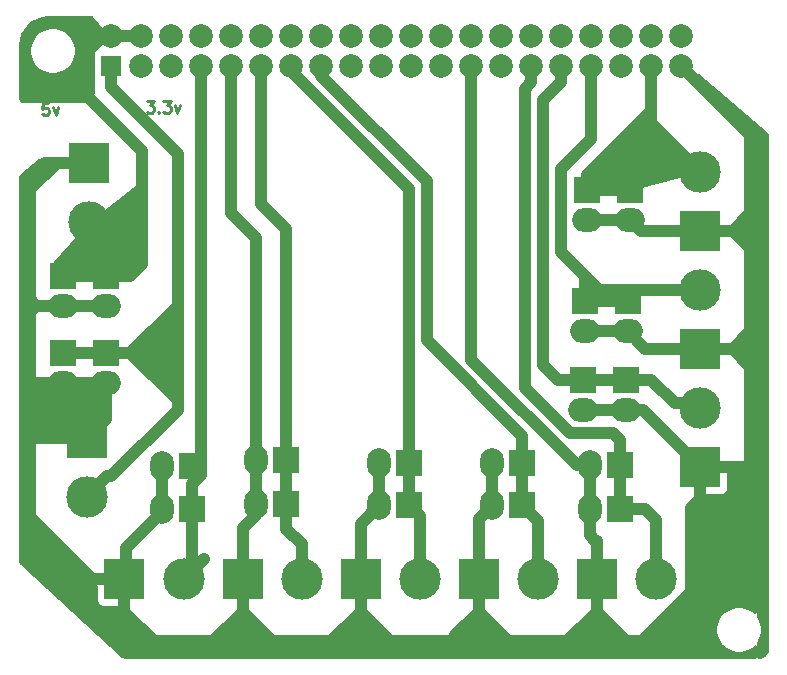
<source format=gtl>
G04 #@! TF.GenerationSoftware,KiCad,Pcbnew,(5.1.2)-2*
G04 #@! TF.CreationDate,2019-12-04T01:20:50+01:00*
G04 #@! TF.ProjectId,raspberrypi-gpio-40pin,72617370-6265-4727-9279-70692d677069,rev?*
G04 #@! TF.SameCoordinates,Original*
G04 #@! TF.FileFunction,Copper,L1,Top*
G04 #@! TF.FilePolarity,Positive*
%FSLAX46Y46*%
G04 Gerber Fmt 4.6, Leading zero omitted, Abs format (unit mm)*
G04 Created by KiCad (PCBNEW (5.1.2)-2) date 2019-12-04 01:20:50*
%MOMM*%
%LPD*%
G04 APERTURE LIST*
%ADD10C,0.250000*%
%ADD11R,2.200000X2.200000*%
%ADD12O,2.500000X2.000000*%
%ADD13O,2.000000X2.500000*%
%ADD14R,1.700000X1.700000*%
%ADD15C,2.000000*%
%ADD16C,3.500000*%
%ADD17R,3.500000X3.500000*%
%ADD18C,1.000000*%
%ADD19C,0.200000*%
%ADD20C,0.254000*%
G04 APERTURE END LIST*
D10*
X211371428Y-101752380D02*
X211990476Y-101752380D01*
X211657142Y-102133333D01*
X211800000Y-102133333D01*
X211895238Y-102180952D01*
X211942857Y-102228571D01*
X211990476Y-102323809D01*
X211990476Y-102561904D01*
X211942857Y-102657142D01*
X211895238Y-102704761D01*
X211800000Y-102752380D01*
X211514285Y-102752380D01*
X211419047Y-102704761D01*
X211371428Y-102657142D01*
X212419047Y-102657142D02*
X212466666Y-102704761D01*
X212419047Y-102752380D01*
X212371428Y-102704761D01*
X212419047Y-102657142D01*
X212419047Y-102752380D01*
X212800000Y-101752380D02*
X213419047Y-101752380D01*
X213085714Y-102133333D01*
X213228571Y-102133333D01*
X213323809Y-102180952D01*
X213371428Y-102228571D01*
X213419047Y-102323809D01*
X213419047Y-102561904D01*
X213371428Y-102657142D01*
X213323809Y-102704761D01*
X213228571Y-102752380D01*
X212942857Y-102752380D01*
X212847619Y-102704761D01*
X212800000Y-102657142D01*
X213752380Y-102085714D02*
X213990476Y-102752380D01*
X214228571Y-102085714D01*
X203057142Y-101952380D02*
X202580952Y-101952380D01*
X202533333Y-102428571D01*
X202580952Y-102380952D01*
X202676190Y-102333333D01*
X202914285Y-102333333D01*
X203009523Y-102380952D01*
X203057142Y-102428571D01*
X203104761Y-102523809D01*
X203104761Y-102761904D01*
X203057142Y-102857142D01*
X203009523Y-102904761D01*
X202914285Y-102952380D01*
X202676190Y-102952380D01*
X202580952Y-102904761D01*
X202533333Y-102857142D01*
X203438095Y-102285714D02*
X203676190Y-102952380D01*
X203914285Y-102285714D01*
D11*
X207900000Y-116560000D03*
D12*
X207900000Y-119100000D03*
D11*
X204300000Y-116560000D03*
D12*
X204300000Y-119100000D03*
D11*
X207900000Y-123100000D03*
D12*
X207900000Y-125640000D03*
D11*
X204300000Y-123100000D03*
D12*
X204300000Y-125640000D03*
D11*
X252300000Y-109300000D03*
D12*
X252300000Y-111840000D03*
D11*
X248500000Y-118700000D03*
D12*
X248500000Y-121240000D03*
D11*
X248300000Y-125360000D03*
D12*
X248300000Y-127900000D03*
D11*
X251440000Y-136300000D03*
D13*
X248900000Y-136300000D03*
D11*
X243200000Y-132400000D03*
D13*
X240660000Y-132400000D03*
D11*
X233600000Y-136000000D03*
D13*
X231060000Y-136000000D03*
D11*
X223200000Y-132200000D03*
D13*
X220660000Y-132200000D03*
D11*
X215200000Y-136300000D03*
D13*
X212660000Y-136300000D03*
D11*
X248700000Y-109300000D03*
D12*
X248700000Y-111840000D03*
D11*
X252100000Y-118700000D03*
D12*
X252100000Y-121240000D03*
D11*
X252000000Y-125360000D03*
D12*
X252000000Y-127900000D03*
D11*
X251440000Y-132600000D03*
D13*
X248900000Y-132600000D03*
D11*
X243200000Y-136000000D03*
D13*
X240660000Y-136000000D03*
D11*
X233600000Y-132400000D03*
D13*
X231060000Y-132400000D03*
D11*
X223200000Y-135900000D03*
D13*
X220660000Y-135900000D03*
D11*
X215200000Y-132700000D03*
D13*
X212660000Y-132700000D03*
D14*
X208370000Y-98770000D03*
D15*
X208370000Y-96230000D03*
X210910000Y-98770000D03*
X210910000Y-96230000D03*
X213450000Y-98770000D03*
X213450000Y-96230000D03*
X215990000Y-98770000D03*
X215990000Y-96230000D03*
X218530000Y-98770000D03*
X218530000Y-96230000D03*
X221070000Y-98770000D03*
X221070000Y-96230000D03*
X223610000Y-98770000D03*
X223610000Y-96230000D03*
X226150000Y-98770000D03*
X226150000Y-96230000D03*
X228690000Y-98770000D03*
X228690000Y-96230000D03*
X231230000Y-98770000D03*
X231230000Y-96230000D03*
X233770000Y-98770000D03*
X233770000Y-96230000D03*
X236310000Y-98770000D03*
X236310000Y-96230000D03*
X238850000Y-98770000D03*
X238850000Y-96230000D03*
X241390000Y-98770000D03*
X241390000Y-96230000D03*
X243930000Y-98770000D03*
X243930000Y-96230000D03*
X246470000Y-98770000D03*
X246470000Y-96230000D03*
X249010000Y-98770000D03*
X249010000Y-96230000D03*
X251550000Y-98770000D03*
X251550000Y-96230000D03*
X254090000Y-98770000D03*
X254090000Y-96230000D03*
X256630000Y-98770000D03*
X256630000Y-96230000D03*
D16*
X206500000Y-112000000D03*
D17*
X206500000Y-107000000D03*
D16*
X206300000Y-135300000D03*
D17*
X206300000Y-130300000D03*
D16*
X258250000Y-107750000D03*
D17*
X258250000Y-112750000D03*
D16*
X258250000Y-117750000D03*
D17*
X258250000Y-122750000D03*
D16*
X258250000Y-127750000D03*
D17*
X258250000Y-132750000D03*
D16*
X254500000Y-142250000D03*
D17*
X249500000Y-142250000D03*
D16*
X244500000Y-142250000D03*
D17*
X239500000Y-142250000D03*
D16*
X234500000Y-142250000D03*
D17*
X229500000Y-142250000D03*
D16*
X224500000Y-142250000D03*
D17*
X219500000Y-142250000D03*
D16*
X214500000Y-142250000D03*
D17*
X209500000Y-142250000D03*
D18*
X207900000Y-123100000D02*
X210000000Y-123100000D01*
X210000000Y-123100000D02*
X214000000Y-127100000D01*
X214000000Y-127100000D02*
X214000000Y-127900002D01*
X214000000Y-116300000D02*
X214000000Y-106250000D01*
X214000000Y-127900002D02*
X214000000Y-116300000D01*
X210000000Y-123100000D02*
X214000000Y-119100000D01*
X214000000Y-119100000D02*
X214000000Y-116300000D01*
X206300000Y-135300000D02*
X208049999Y-133550001D01*
X208049999Y-133550001D02*
X208350001Y-133550001D01*
X208350001Y-133550001D02*
X214000000Y-127900002D01*
X204300000Y-123100000D02*
X207900000Y-123100000D01*
X208370000Y-100620000D02*
X214000000Y-106250000D01*
X208370000Y-98770000D02*
X208370000Y-100620000D01*
X207900000Y-116560000D02*
X204300000Y-116560000D01*
X207900000Y-116560000D02*
X210000000Y-116560000D01*
X210000000Y-116560000D02*
X211000000Y-115560000D01*
X211000000Y-115560000D02*
X211000000Y-109974873D01*
X206500000Y-112000000D02*
X206500000Y-114360000D01*
X206500000Y-114360000D02*
X204300000Y-116560000D01*
X206500000Y-112000000D02*
X206500000Y-115160000D01*
X206500000Y-115160000D02*
X207900000Y-116560000D01*
D19*
X208270000Y-96230000D02*
X207000000Y-97500000D01*
X207080001Y-97080001D02*
X207080001Y-97419999D01*
X206919999Y-97080001D02*
X207080001Y-97080001D01*
X207080001Y-97419999D02*
X208270000Y-96230000D01*
X208270000Y-96230000D02*
X208370000Y-96230000D01*
X206919999Y-96580001D02*
X206919999Y-97080001D01*
X206919999Y-97080001D02*
X206919999Y-101080001D01*
X206919999Y-96477920D02*
X206919999Y-96580001D01*
X206000000Y-101000000D02*
X206000000Y-99012284D01*
X206000000Y-99012284D02*
X206652928Y-98359356D01*
X206652928Y-98359356D02*
X206652928Y-96847072D01*
X206652928Y-96847072D02*
X206919999Y-96580001D01*
D18*
X206500000Y-101500000D02*
X206000000Y-101000000D01*
X211000000Y-106000000D02*
X206500000Y-101500000D01*
D19*
X208370000Y-96230000D02*
X207167919Y-96230000D01*
X207167919Y-96230000D02*
X206919999Y-96477920D01*
X206919999Y-101080001D02*
X206500000Y-101500000D01*
D18*
X208974873Y-112000000D02*
X211000000Y-109974873D01*
X206500000Y-112000000D02*
X208974873Y-112000000D01*
X211000000Y-109974873D02*
X211000000Y-106000000D01*
X208370000Y-96230000D02*
X210910000Y-96230000D01*
X204300000Y-125640000D02*
X204300000Y-128300000D01*
X204300000Y-128300000D02*
X206300000Y-130300000D01*
X207900000Y-125640000D02*
X207900000Y-128700000D01*
X207900000Y-128700000D02*
X206300000Y-130300000D01*
X201500000Y-125700000D02*
X201500000Y-125250000D01*
X201500000Y-129000000D02*
X201500000Y-125700000D01*
X204300000Y-125640000D02*
X202050000Y-125640000D01*
X202050000Y-125640000D02*
X201990000Y-125700000D01*
X201990000Y-125700000D02*
X201500000Y-125700000D01*
X207900000Y-125640000D02*
X204300000Y-125640000D01*
X203550000Y-130300000D02*
X201050010Y-130300000D01*
X206300000Y-130300000D02*
X203550000Y-130300000D01*
X204300000Y-119100000D02*
X202050000Y-119100000D01*
X202050000Y-119100000D02*
X201650000Y-119500000D01*
X201650000Y-119500000D02*
X201500000Y-119500000D01*
X201500000Y-118400000D02*
X201500000Y-119500000D01*
X201500000Y-110000000D02*
X201500000Y-118400000D01*
X202050000Y-119100000D02*
X201500000Y-118550000D01*
X201500000Y-118550000D02*
X201500000Y-118400000D01*
X207900000Y-119100000D02*
X204300000Y-119100000D01*
X231060000Y-136000000D02*
X231060000Y-132400000D01*
X229500000Y-142250000D02*
X229500000Y-137560000D01*
X229500000Y-137560000D02*
X231060000Y-136000000D01*
X212660000Y-132700000D02*
X212660000Y-136300000D01*
X240660000Y-136000000D02*
X240660000Y-132400000D01*
X248900000Y-136300000D02*
X248900000Y-132600000D01*
X249500000Y-139000000D02*
X249350000Y-139000000D01*
X249350000Y-139000000D02*
X248900000Y-138550000D01*
X248900000Y-138550000D02*
X248900000Y-136300000D01*
X248300000Y-127900000D02*
X252000000Y-127900000D01*
X252000000Y-127900000D02*
X253400000Y-127900000D01*
X253400000Y-127900000D02*
X258250000Y-132750000D01*
X252300000Y-111840000D02*
X248700000Y-111840000D01*
X220660000Y-132200000D02*
X220660000Y-113360000D01*
X220660000Y-113360000D02*
X218530000Y-111230000D01*
X218530000Y-111230000D02*
X218530000Y-98770000D01*
X252100000Y-121240000D02*
X248500000Y-121240000D01*
X258250000Y-122750000D02*
X253610000Y-122750000D01*
X253610000Y-122750000D02*
X252100000Y-121240000D01*
X258250000Y-112750000D02*
X253210000Y-112750000D01*
X253210000Y-112750000D02*
X252300000Y-111840000D01*
X239500000Y-142250000D02*
X239500000Y-137160000D01*
X239500000Y-137160000D02*
X240660000Y-136000000D01*
X209600000Y-139610000D02*
X209600000Y-142150000D01*
X209600000Y-142150000D02*
X209500000Y-142250000D01*
X212660000Y-136300000D02*
X212660000Y-136550000D01*
X212660000Y-136550000D02*
X209600000Y-139610000D01*
X220660000Y-135900000D02*
X220660000Y-136780000D01*
X220660000Y-136780000D02*
X219500000Y-137940000D01*
X220660000Y-132200000D02*
X220660000Y-135900000D01*
X201500000Y-108250000D02*
X201500000Y-110000000D01*
X206500000Y-107000000D02*
X203750000Y-107000000D01*
X203750000Y-107000000D02*
X201500000Y-109250000D01*
X201500000Y-109250000D02*
X201500000Y-110000000D01*
X201500000Y-130000000D02*
X201500000Y-129000000D01*
X201500000Y-136000000D02*
X201500000Y-130000000D01*
X201500000Y-128750000D02*
X201500000Y-130000000D01*
X201500000Y-119500000D02*
X201500000Y-125250000D01*
X201500000Y-124250000D02*
X201500000Y-119500000D01*
X219500000Y-142250000D02*
X219500000Y-137940000D01*
X249500000Y-142250000D02*
X249500000Y-139000000D01*
X223000000Y-147500000D02*
X226500000Y-147500000D01*
X221500000Y-147500000D02*
X223000000Y-147500000D01*
X219500000Y-142250000D02*
X219500000Y-145000000D01*
X219500000Y-145000000D02*
X222000000Y-147500000D01*
X222000000Y-147500000D02*
X223000000Y-147500000D01*
X216000000Y-147500000D02*
X218000000Y-147500000D01*
X212000000Y-147500000D02*
X216000000Y-147500000D01*
X219500000Y-145000000D02*
X217000000Y-147500000D01*
X217000000Y-147500000D02*
X216000000Y-147500000D01*
X262500000Y-109500000D02*
X262500000Y-104640000D01*
X262500000Y-114250000D02*
X262500000Y-109500000D01*
X258250000Y-112750000D02*
X261000000Y-112750000D01*
X261000000Y-112750000D02*
X262500000Y-111250000D01*
X262500000Y-111250000D02*
X262500000Y-109500000D01*
X262500000Y-104640000D02*
X256630000Y-98770000D01*
X201500000Y-127750000D02*
X201500000Y-129000000D01*
X201500000Y-137000000D02*
X201500000Y-136000000D01*
X212000000Y-147500000D02*
X209500000Y-147500000D01*
X209500000Y-147500000D02*
X201500000Y-139500000D01*
X201500000Y-139500000D02*
X201500000Y-136000000D01*
X209500000Y-142250000D02*
X206750000Y-142250000D01*
X206750000Y-142250000D02*
X201500000Y-137000000D01*
X205500000Y-107000000D02*
X202749999Y-107000001D01*
X202749999Y-107000001D02*
X201500000Y-108250000D01*
X258250000Y-122750000D02*
X261000001Y-122749999D01*
X261000001Y-122749999D02*
X262500000Y-121250000D01*
X262500000Y-121250000D02*
X262500000Y-114250000D01*
X262500000Y-125000000D02*
X262500000Y-132500000D01*
X262500000Y-124250000D02*
X262500000Y-125000000D01*
X261000000Y-112750000D02*
X262500000Y-114250000D01*
X262500000Y-114250000D02*
X262500000Y-125000000D01*
X262500000Y-132500000D02*
X262500000Y-134000000D01*
X258250000Y-132750000D02*
X262250000Y-132750000D01*
X262250000Y-132750000D02*
X262500000Y-132500000D01*
X257500000Y-139000000D02*
X257500000Y-143320002D01*
X257500000Y-136250000D02*
X257500000Y-139000000D01*
X262500000Y-134000000D02*
X257500000Y-139000000D01*
X258250000Y-122750000D02*
X261000000Y-122750000D01*
X261000000Y-122750000D02*
X262500000Y-124250000D01*
X252000000Y-147500000D02*
X247000000Y-147500000D01*
X253320002Y-147500000D02*
X252000000Y-147500000D01*
X249500000Y-142250000D02*
X249500000Y-145000000D01*
X249500000Y-145000000D02*
X252000000Y-147500000D01*
X257500000Y-143320002D02*
X253320002Y-147500000D01*
X258250000Y-132750000D02*
X258250000Y-135500000D01*
X258250000Y-135500000D02*
X257500000Y-136250000D01*
X218000000Y-147500000D02*
X221500000Y-147500000D01*
X219500000Y-142250000D02*
X219500000Y-146000000D01*
X219500000Y-146000000D02*
X218000000Y-147500000D01*
X219500000Y-142250000D02*
X219500000Y-145500000D01*
X219500000Y-145500000D02*
X221500000Y-147500000D01*
X226500000Y-147500000D02*
X232500000Y-147500000D01*
X229500000Y-142250000D02*
X229500000Y-145000000D01*
X229500000Y-145000000D02*
X227000000Y-147500000D01*
X227000000Y-147500000D02*
X226500000Y-147500000D01*
X232500000Y-147500000D02*
X237500000Y-147500000D01*
X229500000Y-145000000D02*
X232000000Y-147500000D01*
X232000000Y-147500000D02*
X232500000Y-147500000D01*
X237500000Y-147500000D02*
X244500000Y-147500000D01*
X239500000Y-142250000D02*
X239500000Y-145000000D01*
X239500000Y-145000000D02*
X237500000Y-147000000D01*
X237500000Y-147000000D02*
X237500000Y-147500000D01*
X244500000Y-147500000D02*
X247000000Y-147500000D01*
X239500000Y-145000000D02*
X242000000Y-147500000D01*
X242000000Y-147500000D02*
X244500000Y-147500000D01*
X247000000Y-147500000D02*
X249500000Y-145000000D01*
X209500000Y-145000000D02*
X212000000Y-147500000D01*
X209500000Y-142250000D02*
X209500000Y-145000000D01*
X238850000Y-123649776D02*
X247800224Y-132600000D01*
X247800224Y-132600000D02*
X248900000Y-132600000D01*
X238850000Y-98770000D02*
X238850000Y-123649776D01*
X243390001Y-126068442D02*
X243390001Y-100724212D01*
X247221569Y-129900010D02*
X243390001Y-126068442D01*
X251440000Y-136300000D02*
X253540000Y-136300000D01*
X253540000Y-136300000D02*
X254500000Y-137260000D01*
X254500000Y-137260000D02*
X254500000Y-139775127D01*
X251440000Y-132600000D02*
X251440000Y-136300000D01*
X254500000Y-142250000D02*
X254500000Y-139775127D01*
X251440000Y-132600000D02*
X251440000Y-130500000D01*
X243390001Y-100724212D02*
X243930000Y-100184213D01*
X243930000Y-100184213D02*
X243930000Y-98770000D01*
X250840010Y-129900010D02*
X247221569Y-129900010D01*
X251440000Y-130500000D02*
X250840010Y-129900010D01*
X256100000Y-127360000D02*
X257860000Y-127360000D01*
X257860000Y-127360000D02*
X258250000Y-127750000D01*
X252000000Y-125360000D02*
X254100000Y-125360000D01*
X254100000Y-125360000D02*
X256100000Y-127360000D01*
X248300000Y-125360000D02*
X252000000Y-125360000D01*
X246470000Y-98770000D02*
X246470000Y-100184213D01*
X246470000Y-100184213D02*
X244949980Y-101704233D01*
X244949980Y-101704233D02*
X244949980Y-124109980D01*
X244949980Y-124109980D02*
X246200000Y-125360000D01*
X246200000Y-125360000D02*
X248300000Y-125360000D01*
X258250000Y-127750000D02*
X257400000Y-126900000D01*
X248700000Y-108000000D02*
X254090000Y-102610000D01*
X254090000Y-102610000D02*
X254090000Y-98770000D01*
X248700000Y-109300000D02*
X248700000Y-108000000D01*
X254090000Y-103590000D02*
X254090000Y-106010000D01*
X254090000Y-106010000D02*
X250800000Y-109300000D01*
X250800000Y-109300000D02*
X248700000Y-109300000D01*
X254090000Y-103590000D02*
X252300000Y-105380000D01*
X252300000Y-105380000D02*
X252300000Y-109300000D01*
X252300000Y-109300000D02*
X248700000Y-109300000D01*
X258250000Y-107750000D02*
X253850000Y-107750000D01*
X253850000Y-107750000D02*
X252300000Y-109300000D01*
X258250000Y-107750000D02*
X254090000Y-103590000D01*
X254090000Y-103590000D02*
X254090000Y-98770000D01*
X215200000Y-136300000D02*
X215200000Y-134200000D01*
X215200000Y-134200000D02*
X215990000Y-133410000D01*
X215990000Y-133410000D02*
X215990000Y-100184213D01*
X215990000Y-100184213D02*
X215990000Y-98770000D01*
X214500000Y-142250000D02*
X215200000Y-141550000D01*
X215200000Y-141550000D02*
X215200000Y-136300000D01*
X214500000Y-142250000D02*
X216249999Y-140500001D01*
X216249999Y-99029999D02*
X215990000Y-98770000D01*
X223200000Y-112600000D02*
X221070000Y-110470000D01*
X221070000Y-110470000D02*
X221070000Y-100270010D01*
X223200000Y-132200000D02*
X223200000Y-112600000D01*
X223200000Y-135900000D02*
X223200000Y-138000000D01*
X223200000Y-138000000D02*
X224500000Y-139300000D01*
X224500000Y-139300000D02*
X224500000Y-139775127D01*
X223200000Y-132200000D02*
X223200000Y-135900000D01*
X224500000Y-142250000D02*
X224500000Y-139775127D01*
X221070000Y-99972081D02*
X221070000Y-98770000D01*
X233600000Y-132400000D02*
X233600000Y-109180002D01*
X233600000Y-109180002D02*
X223610000Y-99190002D01*
X223610000Y-99190002D02*
X223610000Y-98770000D01*
X233600000Y-136000000D02*
X233600000Y-132400000D01*
X234500000Y-142250000D02*
X234500000Y-136900000D01*
X234500000Y-136900000D02*
X233600000Y-136000000D01*
X243200000Y-136000000D02*
X243200000Y-132400000D01*
X244500000Y-142250000D02*
X244500000Y-137300000D01*
X244500000Y-137300000D02*
X243200000Y-136000000D01*
X235100011Y-108558678D02*
X226150000Y-99608668D01*
X243200000Y-132400000D02*
X243200000Y-130121110D01*
X235100011Y-122021122D02*
X235100011Y-108558678D01*
X243200000Y-130121110D02*
X235100011Y-122021122D01*
X226150000Y-99608668D02*
X226150000Y-98770000D01*
X258250000Y-117750000D02*
X249650000Y-117750000D01*
X249650000Y-117750000D02*
X248500000Y-116600000D01*
X248500000Y-116600000D02*
X246449990Y-114549990D01*
X248500000Y-118700000D02*
X248500000Y-116600000D01*
X246449990Y-114549990D02*
X246449990Y-107550008D01*
X246449990Y-107550008D02*
X249010000Y-104989998D01*
X249010000Y-104989998D02*
X249010000Y-98770000D01*
X252100000Y-118700000D02*
X248500000Y-118700000D01*
X258250000Y-117750000D02*
X253050000Y-117750000D01*
X253050000Y-117750000D02*
X252100000Y-118700000D01*
D20*
G36*
X258054351Y-107730504D02*
G01*
X252284366Y-109173000D01*
X248835186Y-109173000D01*
X248923517Y-107759696D01*
X253794407Y-103375894D01*
X258054351Y-107730504D01*
X258054351Y-107730504D01*
G37*
X258054351Y-107730504D02*
X252284366Y-109173000D01*
X248835186Y-109173000D01*
X248923517Y-107759696D01*
X253794407Y-103375894D01*
X258054351Y-107730504D01*
G36*
X207885567Y-129489237D02*
G01*
X202310432Y-130354344D01*
X201743151Y-125627000D01*
X208356571Y-125627000D01*
X207885567Y-129489237D01*
X207885567Y-129489237D01*
G37*
X207885567Y-129489237D02*
X202310432Y-130354344D01*
X201743151Y-125627000D01*
X208356571Y-125627000D01*
X207885567Y-129489237D01*
G36*
X210970009Y-115730873D02*
G01*
X209762391Y-116474023D01*
X206322708Y-116572300D01*
X203517321Y-115450144D01*
X206487008Y-112193067D01*
X210683512Y-108854939D01*
X210970009Y-115730873D01*
X210970009Y-115730873D01*
G37*
X210970009Y-115730873D02*
X209762391Y-116474023D01*
X206322708Y-116572300D01*
X203517321Y-115450144D01*
X206487008Y-112193067D01*
X210683512Y-108854939D01*
X210970009Y-115730873D01*
G36*
X213868938Y-126316568D02*
G01*
X210191486Y-123098797D01*
X213777002Y-119881027D01*
X213868938Y-126316568D01*
X213868938Y-126316568D01*
G37*
X213868938Y-126316568D02*
X210191486Y-123098797D01*
X213777002Y-119881027D01*
X213868938Y-126316568D01*
G36*
X202415000Y-125763034D02*
G01*
X202415000Y-125767002D01*
X202537995Y-125767002D01*
X202578605Y-125768312D01*
X202459876Y-126020434D01*
X202484256Y-126142398D01*
X202612354Y-126438206D01*
X202795700Y-126703340D01*
X203027248Y-126927610D01*
X203298100Y-127102398D01*
X203597847Y-127220987D01*
X203914970Y-127278819D01*
X204173000Y-127121016D01*
X204173000Y-125819744D01*
X204395905Y-125826934D01*
X204403526Y-125826951D01*
X204427000Y-125826299D01*
X204427000Y-127121016D01*
X204685030Y-127278819D01*
X205002153Y-127220987D01*
X205301900Y-127102398D01*
X205572752Y-126927610D01*
X205804300Y-126703340D01*
X205987646Y-126438206D01*
X206100000Y-126178755D01*
X206212354Y-126438206D01*
X206395700Y-126703340D01*
X206627248Y-126927610D01*
X206898100Y-127102398D01*
X207197847Y-127220987D01*
X207514970Y-127278819D01*
X207772998Y-127121017D01*
X207772998Y-127275000D01*
X207800054Y-127275000D01*
X207772336Y-127912511D01*
X206585750Y-127915000D01*
X206427000Y-128073750D01*
X206427000Y-130117224D01*
X206173000Y-130125418D01*
X206173000Y-128073750D01*
X206014250Y-127915000D01*
X204550000Y-127911928D01*
X204425518Y-127924188D01*
X204305820Y-127960498D01*
X204195506Y-128019463D01*
X204098815Y-128098815D01*
X204019463Y-128195506D01*
X203960498Y-128305820D01*
X203924188Y-128425518D01*
X203911928Y-128550000D01*
X203915000Y-130014250D01*
X204073748Y-130172998D01*
X203915000Y-130172998D01*
X203915000Y-130198256D01*
X201719066Y-130269093D01*
X201435463Y-125731436D01*
X202415000Y-125763034D01*
X202415000Y-125763034D01*
G37*
X202415000Y-125763034D02*
X202415000Y-125767002D01*
X202537995Y-125767002D01*
X202578605Y-125768312D01*
X202459876Y-126020434D01*
X202484256Y-126142398D01*
X202612354Y-126438206D01*
X202795700Y-126703340D01*
X203027248Y-126927610D01*
X203298100Y-127102398D01*
X203597847Y-127220987D01*
X203914970Y-127278819D01*
X204173000Y-127121016D01*
X204173000Y-125819744D01*
X204395905Y-125826934D01*
X204403526Y-125826951D01*
X204427000Y-125826299D01*
X204427000Y-127121016D01*
X204685030Y-127278819D01*
X205002153Y-127220987D01*
X205301900Y-127102398D01*
X205572752Y-126927610D01*
X205804300Y-126703340D01*
X205987646Y-126438206D01*
X206100000Y-126178755D01*
X206212354Y-126438206D01*
X206395700Y-126703340D01*
X206627248Y-126927610D01*
X206898100Y-127102398D01*
X207197847Y-127220987D01*
X207514970Y-127278819D01*
X207772998Y-127121017D01*
X207772998Y-127275000D01*
X207800054Y-127275000D01*
X207772336Y-127912511D01*
X206585750Y-127915000D01*
X206427000Y-128073750D01*
X206427000Y-130117224D01*
X206173000Y-130125418D01*
X206173000Y-128073750D01*
X206014250Y-127915000D01*
X204550000Y-127911928D01*
X204425518Y-127924188D01*
X204305820Y-127960498D01*
X204195506Y-128019463D01*
X204098815Y-128098815D01*
X204019463Y-128195506D01*
X203960498Y-128305820D01*
X203924188Y-128425518D01*
X203911928Y-128550000D01*
X203915000Y-130014250D01*
X204073748Y-130172998D01*
X203915000Y-130172998D01*
X203915000Y-130198256D01*
X201719066Y-130269093D01*
X201435463Y-125731436D01*
X202415000Y-125763034D01*
G36*
X207864750Y-125787000D02*
G01*
X207773000Y-125787000D01*
X207773000Y-125767000D01*
X207753000Y-125767000D01*
X207753000Y-125733910D01*
X207867196Y-125730738D01*
X207864750Y-125787000D01*
X207864750Y-125787000D01*
G37*
X207864750Y-125787000D02*
X207773000Y-125787000D01*
X207773000Y-125767000D01*
X207753000Y-125767000D01*
X207753000Y-125733910D01*
X207867196Y-125730738D01*
X207864750Y-125787000D01*
G36*
X200911304Y-108203406D02*
G01*
X200773992Y-108020323D01*
X202250097Y-106790236D01*
X200911304Y-108203406D01*
X200911304Y-108203406D01*
G37*
X200911304Y-108203406D02*
X200773992Y-108020323D01*
X202250097Y-106790236D01*
X200911304Y-108203406D01*
G36*
X263873000Y-104558217D02*
G01*
X263873000Y-104582394D01*
X262747726Y-104668954D01*
X257846493Y-99865746D01*
X257899987Y-99812252D01*
X258069619Y-99558380D01*
X263873000Y-104558217D01*
X263873000Y-104558217D01*
G37*
X263873000Y-104558217D02*
X263873000Y-104582394D01*
X262747726Y-104668954D01*
X257846493Y-99865746D01*
X257899987Y-99812252D01*
X258069619Y-99558380D01*
X263873000Y-104558217D01*
G36*
X201373001Y-139499597D02*
G01*
X201375362Y-139524381D01*
X201382514Y-139548228D01*
X201394180Y-139570222D01*
X201411886Y-139591460D01*
X209562550Y-147443929D01*
X209317429Y-148751238D01*
X200685000Y-140797764D01*
X200685000Y-108127000D01*
X201472597Y-108127000D01*
X201373001Y-139499597D01*
X201373001Y-139499597D01*
G37*
X201373001Y-139499597D02*
X201375362Y-139524381D01*
X201382514Y-139548228D01*
X201394180Y-139570222D01*
X201411886Y-139591460D01*
X209562550Y-147443929D01*
X209317429Y-148751238D01*
X200685000Y-140797764D01*
X200685000Y-108127000D01*
X201472597Y-108127000D01*
X201373001Y-139499597D01*
G36*
X263873000Y-104608955D02*
G01*
X263873000Y-148343627D01*
X263640325Y-148628914D01*
X263345276Y-148873000D01*
X263126150Y-148873000D01*
X263117952Y-147651471D01*
X263259085Y-147440250D01*
X263408718Y-147079003D01*
X263485000Y-146695505D01*
X263485000Y-146304495D01*
X263408718Y-145920997D01*
X263259085Y-145559750D01*
X263102339Y-145325163D01*
X262827997Y-104448186D01*
X263873000Y-104608955D01*
X263873000Y-104608955D01*
G37*
X263873000Y-104608955D02*
X263873000Y-148343627D01*
X263640325Y-148628914D01*
X263345276Y-148873000D01*
X263126150Y-148873000D01*
X263117952Y-147651471D01*
X263259085Y-147440250D01*
X263408718Y-147079003D01*
X263485000Y-146695505D01*
X263485000Y-146304495D01*
X263408718Y-145920997D01*
X263259085Y-145559750D01*
X263102339Y-145325163D01*
X262827997Y-104448186D01*
X263873000Y-104608955D01*
G36*
X260087248Y-147894463D02*
G01*
X260234636Y-148041851D01*
X260559750Y-148259085D01*
X260920997Y-148408718D01*
X261304495Y-148485000D01*
X261695505Y-148485000D01*
X262079003Y-148408718D01*
X262440250Y-148259085D01*
X262765364Y-148041851D01*
X262873000Y-147934215D01*
X262873000Y-148873000D01*
X209427000Y-148873000D01*
X209427000Y-147328427D01*
X260087248Y-147894463D01*
X260087248Y-147894463D01*
G37*
X260087248Y-147894463D02*
X260234636Y-148041851D01*
X260559750Y-148259085D01*
X260920997Y-148408718D01*
X261304495Y-148485000D01*
X261695505Y-148485000D01*
X262079003Y-148408718D01*
X262440250Y-148259085D01*
X262765364Y-148041851D01*
X262873000Y-147934215D01*
X262873000Y-148873000D01*
X209427000Y-148873000D01*
X209427000Y-147328427D01*
X260087248Y-147894463D01*
G36*
X262873000Y-145065785D02*
G01*
X262765364Y-144958149D01*
X262440250Y-144740915D01*
X262079003Y-144591282D01*
X261695505Y-144515000D01*
X261304495Y-144515000D01*
X260920997Y-144591282D01*
X260559750Y-144740915D01*
X260234636Y-144958149D01*
X259958149Y-145234636D01*
X259740915Y-145559750D01*
X259591282Y-145920997D01*
X259515000Y-146304495D01*
X259515000Y-146695505D01*
X259591282Y-147079003D01*
X259740915Y-147440250D01*
X259958149Y-147765364D01*
X260035214Y-147842429D01*
X253589778Y-147775981D01*
X257692777Y-143386726D01*
X257707914Y-143366960D01*
X257718903Y-143344620D01*
X257725324Y-143320566D01*
X257727000Y-143300000D01*
X257727000Y-138559483D01*
X262873000Y-134271150D01*
X262873000Y-145065785D01*
X262873000Y-145065785D01*
G37*
X262873000Y-145065785D02*
X262765364Y-144958149D01*
X262440250Y-144740915D01*
X262079003Y-144591282D01*
X261695505Y-144515000D01*
X261304495Y-144515000D01*
X260920997Y-144591282D01*
X260559750Y-144740915D01*
X260234636Y-144958149D01*
X259958149Y-145234636D01*
X259740915Y-145559750D01*
X259591282Y-145920997D01*
X259515000Y-146304495D01*
X259515000Y-146695505D01*
X259591282Y-147079003D01*
X259740915Y-147440250D01*
X259958149Y-147765364D01*
X260035214Y-147842429D01*
X253589778Y-147775981D01*
X257692777Y-143386726D01*
X257707914Y-143366960D01*
X257718903Y-143344620D01*
X257725324Y-143320566D01*
X257727000Y-143300000D01*
X257727000Y-138559483D01*
X262873000Y-134271150D01*
X262873000Y-145065785D01*
G36*
X208027381Y-96293013D02*
G01*
X206910197Y-97410197D01*
X206894403Y-97429443D01*
X206882667Y-97451399D01*
X206875440Y-97475224D01*
X206873049Y-97496474D01*
X206774008Y-101061964D01*
X206329610Y-101773000D01*
X200852606Y-101773000D01*
X200685000Y-101605394D01*
X200685000Y-97304495D01*
X201415000Y-97304495D01*
X201415000Y-97695505D01*
X201491282Y-98079003D01*
X201640915Y-98440250D01*
X201858149Y-98765364D01*
X202134636Y-99041851D01*
X202459750Y-99259085D01*
X202820997Y-99408718D01*
X203204495Y-99485000D01*
X203595505Y-99485000D01*
X203979003Y-99408718D01*
X204340250Y-99259085D01*
X204665364Y-99041851D01*
X204941851Y-98765364D01*
X205159085Y-98440250D01*
X205308718Y-98079003D01*
X205385000Y-97695505D01*
X205385000Y-97304495D01*
X205308718Y-96920997D01*
X205159085Y-96559750D01*
X204941851Y-96234636D01*
X204665364Y-95958149D01*
X204340250Y-95740915D01*
X203979003Y-95591282D01*
X203595505Y-95515000D01*
X203204495Y-95515000D01*
X202820997Y-95591282D01*
X202459750Y-95740915D01*
X202134636Y-95958149D01*
X201858149Y-96234636D01*
X201640915Y-96559750D01*
X201491282Y-96920997D01*
X201415000Y-97304495D01*
X200685000Y-97304495D01*
X200685000Y-97033505D01*
X200732312Y-96550984D01*
X200862714Y-96119070D01*
X201074524Y-95720715D01*
X201359675Y-95371086D01*
X201707303Y-95083503D01*
X202104177Y-94868914D01*
X202535161Y-94735502D01*
X203015654Y-94685000D01*
X206660571Y-94685000D01*
X208027381Y-96293013D01*
X208027381Y-96293013D01*
G37*
X208027381Y-96293013D02*
X206910197Y-97410197D01*
X206894403Y-97429443D01*
X206882667Y-97451399D01*
X206875440Y-97475224D01*
X206873049Y-97496474D01*
X206774008Y-101061964D01*
X206329610Y-101773000D01*
X200852606Y-101773000D01*
X200685000Y-101605394D01*
X200685000Y-97304495D01*
X201415000Y-97304495D01*
X201415000Y-97695505D01*
X201491282Y-98079003D01*
X201640915Y-98440250D01*
X201858149Y-98765364D01*
X202134636Y-99041851D01*
X202459750Y-99259085D01*
X202820997Y-99408718D01*
X203204495Y-99485000D01*
X203595505Y-99485000D01*
X203979003Y-99408718D01*
X204340250Y-99259085D01*
X204665364Y-99041851D01*
X204941851Y-98765364D01*
X205159085Y-98440250D01*
X205308718Y-98079003D01*
X205385000Y-97695505D01*
X205385000Y-97304495D01*
X205308718Y-96920997D01*
X205159085Y-96559750D01*
X204941851Y-96234636D01*
X204665364Y-95958149D01*
X204340250Y-95740915D01*
X203979003Y-95591282D01*
X203595505Y-95515000D01*
X203204495Y-95515000D01*
X202820997Y-95591282D01*
X202459750Y-95740915D01*
X202134636Y-95958149D01*
X201858149Y-96234636D01*
X201640915Y-96559750D01*
X201491282Y-96920997D01*
X201415000Y-97304495D01*
X200685000Y-97304495D01*
X200685000Y-97033505D01*
X200732312Y-96550984D01*
X200862714Y-96119070D01*
X201074524Y-95720715D01*
X201359675Y-95371086D01*
X201707303Y-95083503D01*
X202104177Y-94868914D01*
X202535161Y-94735502D01*
X203015654Y-94685000D01*
X206660571Y-94685000D01*
X208027381Y-96293013D01*
G36*
X207111928Y-142791534D02*
G01*
X207111928Y-144000000D01*
X207124188Y-144124482D01*
X207160498Y-144244180D01*
X207219463Y-144354494D01*
X207298815Y-144451185D01*
X207395506Y-144530537D01*
X207505820Y-144589502D01*
X207625518Y-144625812D01*
X207750000Y-144638072D01*
X208958466Y-144638072D01*
X211693394Y-147373000D01*
X209552606Y-147373000D01*
X201627000Y-139447394D01*
X201627000Y-137306606D01*
X207111928Y-142791534D01*
X207111928Y-142791534D01*
G37*
X207111928Y-142791534D02*
X207111928Y-144000000D01*
X207124188Y-144124482D01*
X207160498Y-144244180D01*
X207219463Y-144354494D01*
X207298815Y-144451185D01*
X207395506Y-144530537D01*
X207505820Y-144589502D01*
X207625518Y-144625812D01*
X207750000Y-144638072D01*
X208958466Y-144638072D01*
X211693394Y-147373000D01*
X209552606Y-147373000D01*
X201627000Y-139447394D01*
X201627000Y-137306606D01*
X207111928Y-142791534D01*
G36*
X262373000Y-124119000D02*
G01*
X261182151Y-122531201D01*
X262373000Y-121737301D01*
X262373000Y-124119000D01*
X262373000Y-124119000D01*
G37*
X262373000Y-124119000D02*
X261182151Y-122531201D01*
X262373000Y-121737301D01*
X262373000Y-124119000D01*
G36*
X262373000Y-114119000D02*
G01*
X261167688Y-112511918D01*
X262373000Y-111306606D01*
X262373000Y-114119000D01*
X262373000Y-114119000D01*
G37*
X262373000Y-114119000D02*
X261167688Y-112511918D01*
X262373000Y-111306606D01*
X262373000Y-114119000D01*
G36*
X262373000Y-133943439D02*
G01*
X257699619Y-138149482D01*
X258124534Y-136024907D01*
X258127000Y-136000000D01*
X258127000Y-134052606D01*
X258377000Y-133802606D01*
X258377000Y-134976250D01*
X258535750Y-135135000D01*
X260000000Y-135138072D01*
X260124482Y-135125812D01*
X260244180Y-135089502D01*
X260354494Y-135030537D01*
X260451185Y-134951185D01*
X260530537Y-134854494D01*
X260589502Y-134744180D01*
X260625812Y-134624482D01*
X260638072Y-134500000D01*
X260635000Y-133035750D01*
X260476250Y-132877000D01*
X259302606Y-132877000D01*
X259552606Y-132627000D01*
X262373000Y-132627000D01*
X262373000Y-133943439D01*
X262373000Y-133943439D01*
G37*
X262373000Y-133943439D02*
X257699619Y-138149482D01*
X258124534Y-136024907D01*
X258127000Y-136000000D01*
X258127000Y-134052606D01*
X258377000Y-133802606D01*
X258377000Y-134976250D01*
X258535750Y-135135000D01*
X260000000Y-135138072D01*
X260124482Y-135125812D01*
X260244180Y-135089502D01*
X260354494Y-135030537D01*
X260451185Y-134951185D01*
X260530537Y-134854494D01*
X260589502Y-134744180D01*
X260625812Y-134624482D01*
X260638072Y-134500000D01*
X260635000Y-133035750D01*
X260476250Y-132877000D01*
X259302606Y-132877000D01*
X259552606Y-132627000D01*
X262373000Y-132627000D01*
X262373000Y-133943439D01*
G36*
X251235761Y-147373000D02*
G01*
X247306606Y-147373000D01*
X249489470Y-145190136D01*
X251235761Y-147373000D01*
X251235761Y-147373000D01*
G37*
X251235761Y-147373000D02*
X247306606Y-147373000D01*
X249489470Y-145190136D01*
X251235761Y-147373000D01*
G36*
X241235761Y-147373000D02*
G01*
X237764239Y-147373000D01*
X239500000Y-145203299D01*
X241235761Y-147373000D01*
X241235761Y-147373000D01*
G37*
X241235761Y-147373000D02*
X237764239Y-147373000D01*
X239500000Y-145203299D01*
X241235761Y-147373000D01*
G36*
X231235761Y-147373000D02*
G01*
X227764239Y-147373000D01*
X229500000Y-145203299D01*
X231235761Y-147373000D01*
X231235761Y-147373000D01*
G37*
X231235761Y-147373000D02*
X227764239Y-147373000D01*
X229500000Y-145203299D01*
X231235761Y-147373000D01*
G36*
X221637951Y-147373000D02*
G01*
X217806606Y-147373000D01*
X219509426Y-145670180D01*
X221637951Y-147373000D01*
X221637951Y-147373000D01*
G37*
X221637951Y-147373000D02*
X217806606Y-147373000D01*
X219509426Y-145670180D01*
X221637951Y-147373000D01*
M02*

</source>
